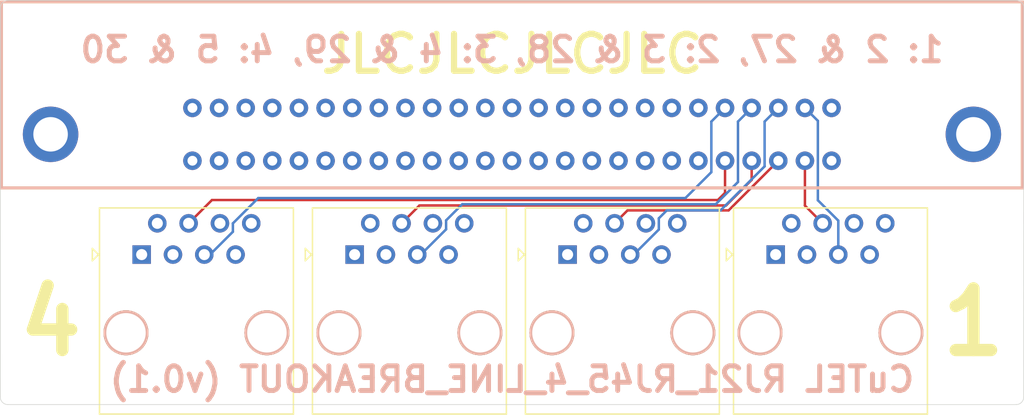
<source format=kicad_pcb>
(kicad_pcb (version 20211014) (generator pcbnew)
  (layers (0 "F.Cu" signal) (31 "B.Cu" signal) (34 "B.Paste" user) (35 "F.Paste" user) (36 "B.SilkS" user "B.Silkscreen") (37 "F.SilkS" user "F.Silkscreen") (38 "B.Mask" user) (39 "F.Mask" user) (44 "Edge.Cuts" user))
  (net 0 "")
  (net 3 "/L2+")
  (net 4 "/L2-")
  (net 5 "/L3-")
  (net 6 "/L3+")
  (net 7 "/L4+")
  (net 8 "/L4-")
  (net 9 "/L5-")
  (net 10 "/L5+")
  (footprint "Connector_RJ:RJ45_OST_PJ012-8P8CX_Vertical" (layer "F.Cu") (at 136.000749 60.1)
    (fp_text reference "J3" hide)
    (fp_text value "RJ45")
    (fp_line (start 12.31 12.95) (end -3.42 12.95) (layer "F.SilkS") (width 0.12))
    (fp_line (start -3.42 -3.79) (end -3.42 12.95) (layer "F.SilkS") (width 0.12))
    (fp_line (start 12.3 -3.79) (end -3.42 -3.79) (layer "F.SilkS") (width 0.12))
    (fp_line (start 12.31 -3.79) (end 12.31 12.95) (layer "F.SilkS") (width 0.12))
    (fp_line (start -4 -0.5) (end -4 0.5) (layer "F.SilkS") (width 0.12))
    (fp_line (start -4 0.5) (end -3.5 0) (layer "F.SilkS") (width 0.12))
    (fp_line (start -3.5 0) (end -4 -0.5) (layer "F.SilkS") (width 0.12))
    (pad "" np_thru_hole circle (at 10.16 6.35) (size 3.65 3.65) (drill 3.2) (layers F&B.Cu *.SilkS *.Mask))
    (pad "" np_thru_hole circle (at -1.27 6.35) (size 3.65 3.65) (drill 3.2) (layers F&B.Cu *.SilkS *.Mask))
    (pad "1" thru_hole rect (at 0 0) (size 1.5 1.5) (drill 0.9) (layers *.Cu *.Mask))
    (pad "2" thru_hole circle (at 1.27 -2.54) (size 1.5 1.5) (drill 0.9) (layers *.Cu *.Mask))
    (pad "3" thru_hole circle (at 2.54 0) (size 1.5 1.5) (drill 0.9) (layers *.Cu *.Mask))
    (pad "4" thru_hole circle (at 3.81 -2.54) (size 1.5 1.5) (drill 0.9) (layers *.Cu *.Mask) (net 8 "/L4-"))
    (pad "5" thru_hole circle (at 5.08 0) (size 1.5 1.5) (drill 0.9) (layers *.Cu *.Mask) (net 7 "/L4+"))
    (pad "6" thru_hole circle (at 6.35 -2.54) (size 1.5 1.5) (drill 0.9) (layers *.Cu *.Mask))
    (pad "7" thru_hole circle (at 7.62 0) (size 1.5 1.5) (drill 0.9) (layers *.Cu *.Mask))
    (pad "8" thru_hole circle (at 8.89 -2.54) (size 1.5 1.5) (drill 0.9) (layers *.Cu *.Mask))
  )
  (footprint "Connector_RJ:RJ45_OST_PJ012-8P8CX_Vertical" (layer "F.Cu") (at 170.152417 60.1)
    (fp_text reference "J1" hide)
    (fp_text value "RJ45")
    (fp_line (start 12.31 -3.79) (end 12.31 12.95) (layer "F.SilkS") (width 0.12))
    (fp_line (start -4 0.5) (end -3.5 0) (layer "F.SilkS") (width 0.12))
    (fp_line (start -3.5 0) (end -4 -0.5) (layer "F.SilkS") (width 0.12))
    (fp_line (start 12.3 -3.79) (end -3.42 -3.79) (layer "F.SilkS") (width 0.12))
    (fp_line (start -3.42 -3.79) (end -3.42 12.95) (layer "F.SilkS") (width 0.12))
    (fp_line (start 12.31 12.95) (end -3.42 12.95) (layer "F.SilkS") (width 0.12))
    (fp_line (start -4 -0.5) (end -4 0.5) (layer "F.SilkS") (width 0.12))
    (pad "" np_thru_hole circle (at -1.27 6.35) (size 3.65 3.65) (drill 3.2) (layers F&B.Cu *.SilkS *.Mask))
    (pad "" np_thru_hole circle (at 10.16 6.35) (size 3.65 3.65) (drill 3.2) (layers F&B.Cu *.SilkS *.Mask))
    (pad "1" thru_hole rect (at 0 0) (size 1.5 1.5) (drill 0.9) (layers *.Cu *.Mask))
    (pad "2" thru_hole circle (at 1.27 -2.54) (size 1.5 1.5) (drill 0.9) (layers *.Cu *.Mask))
    (pad "3" thru_hole circle (at 2.54 0) (size 1.5 1.5) (drill 0.9) (layers *.Cu *.Mask))
    (pad "4" thru_hole circle (at 3.81 -2.54) (size 1.5 1.5) (drill 0.9) (layers *.Cu *.Mask) (net 4 "/L2-"))
    (pad "5" thru_hole circle (at 5.08 0) (size 1.5 1.5) (drill 0.9) (layers *.Cu *.Mask) (net 3 "/L2+"))
    (pad "6" thru_hole circle (at 6.35 -2.54) (size 1.5 1.5) (drill 0.9) (layers *.Cu *.Mask))
    (pad "7" thru_hole circle (at 7.62 0) (size 1.5 1.5) (drill 0.9) (layers *.Cu *.Mask))
    (pad "8" thru_hole circle (at 8.89 -2.54) (size 1.5 1.5) (drill 0.9) (layers *.Cu *.Mask))
  )
  (footprint "Connector_RJ:RJ45_OST_PJ012-8P8CX_Vertical" (layer "F.Cu") (at 153.274917 60.1)
    (fp_text reference "J2" hide)
    (fp_text value "RJ45")
    (fp_line (start 12.31 -3.79) (end 12.31 12.95) (layer "F.SilkS") (width 0.12))
    (fp_line (start -3.42 -3.79) (end -3.42 12.95) (layer "F.SilkS") (width 0.12))
    (fp_line (start -4 -0.5) (end -4 0.5) (layer "F.SilkS") (width 0.12))
    (fp_line (start -3.5 0) (end -4 -0.5) (layer "F.SilkS") (width 0.12))
    (fp_line (start 12.3 -3.79) (end -3.42 -3.79) (layer "F.SilkS") (width 0.12))
    (fp_line (start 12.31 12.95) (end -3.42 12.95) (layer "F.SilkS") (width 0.12))
    (fp_line (start -4 0.5) (end -3.5 0) (layer "F.SilkS") (width 0.12))
    (pad "" np_thru_hole circle (at -1.27 6.35) (size 3.65 3.65) (drill 3.2) (layers F&B.Cu *.SilkS *.Mask))
    (pad "" np_thru_hole circle (at 10.16 6.35) (size 3.65 3.65) (drill 3.2) (layers F&B.Cu *.SilkS *.Mask))
    (pad "1" thru_hole rect (at 0 0) (size 1.5 1.5) (drill 0.9) (layers *.Cu *.Mask))
    (pad "2" thru_hole circle (at 1.27 -2.54) (size 1.5 1.5) (drill 0.9) (layers *.Cu *.Mask))
    (pad "3" thru_hole circle (at 2.54 0) (size 1.5 1.5) (drill 0.9) (layers *.Cu *.Mask))
    (pad "4" thru_hole circle (at 3.81 -2.54) (size 1.5 1.5) (drill 0.9) (layers *.Cu *.Mask) (net 5 "/L3-"))
    (pad "5" thru_hole circle (at 5.08 0) (size 1.5 1.5) (drill 0.9) (layers *.Cu *.Mask) (net 6 "/L3+"))
    (pad "6" thru_hole circle (at 6.35 -2.54) (size 1.5 1.5) (drill 0.9) (layers *.Cu *.Mask))
    (pad "7" thru_hole circle (at 7.62 0) (size 1.5 1.5) (drill 0.9) (layers *.Cu *.Mask))
    (pad "8" thru_hole circle (at 8.89 -2.54) (size 1.5 1.5) (drill 0.9) (layers *.Cu *.Mask))
  )
  (footprint "Connector_RJ:RJ45_OST_PJ012-8P8CX_Vertical" (layer "F.Cu") (at 118.726583 60.1)
    (fp_text reference "J4" hide)
    (fp_text value "RJ45")
    (fp_line (start -3.5 0) (end -4 -0.5) (layer "F.SilkS") (width 0.12))
    (fp_line (start -4 -0.5) (end -4 0.5) (layer "F.SilkS") (width 0.12))
    (fp_line (start 12.31 -3.79) (end 12.31 12.95) (layer "F.SilkS") (width 0.12))
    (fp_line (start 12.3 -3.79) (end -3.42 -3.79) (layer "F.SilkS") (width 0.12))
    (fp_line (start -3.42 -3.79) (end -3.42 12.95) (layer "F.SilkS") (width 0.12))
    (fp_line (start -4 0.5) (end -3.5 0) (layer "F.SilkS") (width 0.12))
    (fp_line (start 12.31 12.95) (end -3.42 12.95) (layer "F.SilkS") (width 0.12))
    (pad "" np_thru_hole circle (at -1.27 6.35) (size 3.65 3.65) (drill 3.2) (layers F&B.Cu *.SilkS *.Mask))
    (pad "" np_thru_hole circle (at 10.16 6.35) (size 3.65 3.65) (drill 3.2) (layers F&B.Cu *.SilkS *.Mask))
    (pad "1" thru_hole rect (at 0 0) (size 1.5 1.5) (drill 0.9) (layers *.Cu *.Mask))
    (pad "2" thru_hole circle (at 1.27 -2.54) (size 1.5 1.5) (drill 0.9) (layers *.Cu *.Mask))
    (pad "3" thru_hole circle (at 2.54 0) (size 1.5 1.5) (drill 0.9) (layers *.Cu *.Mask))
    (pad "4" thru_hole circle (at 3.81 -2.54) (size 1.5 1.5) (drill 0.9) (layers *.Cu *.Mask) (net 9 "/L5-"))
    (pad "5" thru_hole circle (at 5.08 0) (size 1.5 1.5) (drill 0.9) (layers *.Cu *.Mask) (net 10 "/L5+"))
    (pad "6" thru_hole circle (at 6.35 -2.54) (size 1.5 1.5) (drill 0.9) (layers *.Cu *.Mask))
    (pad "7" thru_hole circle (at 7.62 0) (size 1.5 1.5) (drill 0.9) (layers *.Cu *.Mask))
    (pad "8" thru_hole circle (at 8.89 -2.54) (size 1.5 1.5) (drill 0.9) (layers *.Cu *.Mask))
  )
  (footprint "1afootprints:AliExpress_RJ21" (layer "F.Cu") (at 149.8 46.9)
    (fp_text reference "J7" hide)
    (fp_text value "RJ21 Connector" hide)
    (fp_poly (pts (xy 40.474967 7.898767) (xy -42.5407 7.898767) (xy -42.5407 -7.214233) (xy -42.329033 -7.214233) (xy -42.329033 7.665934) (xy 40.242134 7.665934) (xy 40.242134 -7.214233) (xy -42.329033 -7.214233) (xy -42.5407 -7.214233) (xy -42.5407 -7.4259) (xy 40.474967 -7.4259) (xy 40.474967 7.898767)) (layer "B.SilkS") (width 0.01) (fill solid))
    (fp_poly (pts (xy 40.474967 7.898767) (xy -42.5407 7.898767) (xy -42.5407 -7.214233) (xy -42.329033 -7.214233) (xy -42.329033 7.665934) (xy 40.242134 7.665934) (xy 40.242134 -7.214233) (xy -42.329033 -7.214233) (xy -42.5407 -7.214233) (xy -42.5407 -7.4259) (xy 40.474967 -7.4259) (xy 40.474967 7.898767)) (layer "F.SilkS") (width 0.01) (fill solid))
    (pad "" thru_hole circle locked (at 36.389797 3.433602) (size 4.5 4.5) (drill 2.8) (layers *.Cu *.Mask))
    (pad "" thru_hole circle locked (at -38.460203 3.433602) (size 4.5 4.5) (drill 2.8) (layers *.Cu *.Mask))
    (pad "1" thru_hole circle locked (at 24.884839 5.578607) (size 1.5 1.5) (drill 0.8) (layers *.Cu *.Mask))
    (pad "2" thru_hole circle locked (at 22.724835 5.578607) (size 1.5 1.5) (drill 0.8) (layers *.Cu *.Mask) (net 4 "/L2-"))
    (pad "3" thru_hole circle locked (at 20.564832 5.578607) (size 1.5 1.5) (drill 0.8) (layers *.Cu *.Mask) (net 5 "/L3-"))
    (pad "4" thru_hole circle locked (at 18.404836 5.578607) (size 1.5 1.5) (drill 0.8) (layers *.Cu *.Mask) (net 8 "/L4-"))
    (pad "5" thru_hole circle locked (at 16.244832 5.578607) (size 1.5 1.5) (drill 0.8) (layers *.Cu *.Mask) (net 9 "/L5-"))
    (pad "6" thru_hole circle locked (at 14.084828 5.578607) (size 1.5 1.5) (drill 0.8) (layers *.Cu *.Mask))
    (pad "7" thru_hole circle locked (at 11.924825 5.578607) (size 1.5 1.5) (drill 0.8) (layers *.Cu *.Mask))
    (pad "8" thru_hole circle locked (at 9.764821 5.578607) (size 1.5 1.5) (drill 0.8) (layers *.Cu *.Mask))
    (pad "9" thru_hole circle locked (at 7.604829 5.578607) (size 1.5 1.5) (drill 0.8) (layers *.Cu *.Mask))
    (pad "10" thru_hole circle locked (at 5.444818 5.578607) (size 1.5 1.5) (drill 0.8) (layers *.Cu *.Mask))
    (pad "11" thru_hole circle locked (at 3.284822 5.578607) (size 1.5 1.5) (drill 0.8) (layers *.Cu *.Mask))
    (pad "12" thru_hole circle locked (at 1.124803 5.578607) (size 1.5 1.5) (drill 0.8) (layers *.Cu *.Mask))
    (pad "13" thru_hole circle locked (at -1.035201 5.578607) (size 1.5 1.5) (drill 0.8) (layers *.Cu *.Mask))
    (pad "14" thru_hole circle locked (at -3.195205 5.578607) (size 1.5 1.5) (drill 0.8) (layers *.Cu *.Mask))
    (pad "15" thru_hole circle locked (at -5.355208 5.578607) (size 1.5 1.5) (drill 0.8) (layers *.Cu *.Mask))
    (pad "16" thru_hole circle locked (at -7.515212 5.578607) (size 1.5 1.5) (drill 0.8) (layers *.Cu *.Mask))
    (pad "17" thru_hole circle locked (at -9.675216 5.578607) (size 1.5 1.5) (drill 0.8) (layers *.Cu *.Mask))
    (pad "18" thru_hole circle locked (at -11.835219 5.578607) (size 1.5 1.5) (drill 0.8) (layers *.Cu *.Mask))
    (pad "19" thru_hole circle locked (at -13.995223 5.578607) (size 1.5 1.5) (drill 0.8) (layers *.Cu *.Mask))
    (pad "20" thru_hole circle locked (at -16.155227 5.578607) (size 1.5 1.5) (drill 0.8) (layers *.Cu *.Mask))
    (pad "21" thru_hole circle locked (at -18.315234 5.578607) (size 1.5 1.5) (drill 0.8) (layers *.Cu *.Mask))
    (pad "22" thru_hole circle locked (at -20.475238 5.578607) (size 1.5 1.5) (drill 0.8) (layers *.Cu *.Mask))
    (pad "23" thru_hole circle locked (at -22.635242 5.578607) (size 1.5 1.5) (drill 0.8) (layers *.Cu *.Mask))
    (pad "24" thru_hole circle locked (at -24.795245 5.578607) (size 1.5 1.5) (drill 0.8) (layers *.Cu *.Mask))
    (pad "25" thru_hole circle locked (at -26.955249 5.578607) (size 1.5 1.5) (drill 0.8) (layers *.Cu *.Mask))
    (pad "26" thru_hole circle locked (at 24.884839 1.288606) (size 1.5 1.5) (drill 0.8) (layers *.Cu *.Mask))
    (pad "27" thru_hole circle locked (at 22.724835 1.288606) (size 1.5 1.5) (drill 0.8) (layers *.Cu *.Mask) (net 3 "/L2+"))
    (pad "28" thru_hole circle locked (at 20.564832 1.288606) (size 1.5 1.5) (drill 0.8) (layers *.Cu *.Mask) (net 6 "/L3+"))
    (pad "29" thru_hole circle locked (at 18.404836 1.288606) (size 1.5 1.5) (drill 0.8) (layers *.Cu *.Mask) (net 7 "/L4+"))
    (pad "30" thru_hole circle locked (at 16.244832 1.288606) (size 1.5 1.5) (drill 0.8) (layers *.Cu *.Mask) (net 10 "/L5+"))
    (pad "31" thru_hole circle locked (at 14.084828 1.288606) (size 1.5 1.5) (drill 0.8) (layers *.Cu *.Mask))
    (pad "32" thru_hole circle locked (at 11.924825 1.288606) (size 1.5 1.5) (drill 0.8) (layers *.Cu *.Mask))
    (pad "33" thru_hole circle locked (at 9.764821 1.288606) (size 1.5 1.5) (drill 0.8) (layers *.Cu *.Mask))
    (pad "34" thru_hole circle locked (at 7.604829 1.288606) (size 1.5 1.5) (drill 0.8) (layers *.Cu *.Mask))
    (pad "35" thru_hole circle locked (at 5.444818 1.288606) (size 1.5 1.5) (drill 0.8) (layers *.Cu *.Mask))
    (pad "36" thru_hole circle locked (at 3.284822 1.288606) (size 1.5 1.5) (drill 0.8) (layers *.Cu *.Mask))
    (pad "37" thru_hole circle locked (at 1.124803 1.288606) (size 1.5 1.5) (drill 0.8) (layers *.Cu *.Mask))
    (pad "38" thru_hole circle locked (at -1.035201 1.288606) (size 1.5 1.5) (drill 0.8) (layers *.Cu *.Mask))
    (pad "39" thru_hole circle locked (at -3.195205 1.288606) (size 1.5 1.5) (drill 0.8) (layers *.Cu *.Mask))
    (pad "40" thru_hole circle locked (at -5.355208 1.288606) (size 1.5 1.5) (drill 0.8) (layers *.Cu *.Mask))
    (pad "41" thru_hole circle locked (at -7.515212 1.288606) (size 1.5 1.5) (drill 0.8) (layers *.Cu *.Mask))
    (pad "42" thru_hole circle locked (at -9.675216 1.288606) (size 1.5 1.5) (drill 0.8) (layers *.Cu *.Mask))
    (pad "43" thru_hole circle locked (at -11.835219 1.288606) (size 1.5 1.5) (drill 0.8) (layers *.Cu *.Mask))
    (pad "44" thru_hole circle locked (at -13.995223 1.288606) (size 1.5 1.5) (drill 0.8) (layers *.Cu *.Mask))
    (pad "45" thru_hole circle locked (at -16.155227 1.288606) (size 1.5 1.5) (drill 0.8) (layers *.Cu *.Mask))
    (pad "46" thru_hole circle locked (at -18.315234 1.288606) (size 1.5 1.5) (drill 0.8) (layers *.Cu *.Mask))
    (pad "47" thru_hole circle locked (at -20.475238 1.288606) (size 1.5 1.5) (drill 0.8) (layers *.Cu *.Mask))
    (pad "48" thru_hole circle locked (at -22.635242 1.288606) (size 1.5 1.5) (drill 0.8) (layers *.Cu *.Mask))
    (pad "49" thru_hole circle locked (at -24.795245 1.288606) (size 1.5 1.5) (drill 0.8) (layers *.Cu *.Mask))
    (pad "50" thru_hole circle locked (at -26.955249 1.288606) (size 1.5 1.5) (drill 0.8) (layers *.Cu *.Mask))
  )
  (gr_line (start 189.66 72.28) (end 107.871335 72.278665) (layer "Edge.Cuts") (width 0.05))
  (gr_line (start 190.27 71.67) (end 190.28 40.06) (layer "Edge.Cuts") (width 0.05))
  (gr_arc (start 107.871335 72.278665) (mid 107.44 72.1) (end 107.261335 71.668665) (layer "Edge.Cuts") (width 0.05))
  (gr_line (start 107.261335 71.668665) (end 107.271335 40.061335) (layer "Edge.Cuts") (width 0.05))
  (gr_line (start 189.67 39.45) (end 107.881335 39.451335) (layer "Edge.Cuts") (width 0.05))
  (gr_arc (start 107.271335 40.061335) (mid 107.45 39.63) (end 107.881335 39.451335) (layer "Edge.Cuts") (width 0.05))
  (gr_arc (start 190.27 71.67) (mid 190.091335 72.101335) (end 189.66 72.28) (layer "Edge.Cuts") (width 0.05))
  (gr_arc (start 189.67 39.45) (mid 190.101335 39.628665) (end 190.28 40.06) (layer "Edge.Cuts") (width 0.05))
  (gr_text "1: 2 & 27, 2: 3 & 28, 3: 4 & 29, 4: 5 & 30" (at 148.767 43.46) (layer "B.SilkS") (effects (font (size 2 2) (thickness 0.4)) (justify mirror)))
  (gr_text "CuTEL RJ21_RJ45_4_LINE_BREAKOUT (v0.1)" (at 148.767 70.23) (layer "B.SilkS") (effects (font (size 2 2) (thickness 0.4)) (justify mirror)))
  (gr_text "1" (at 186.189797 65.59) (layer "F.SilkS") (effects (font (size 5 5) (thickness 1))))
  (gr_text "4" (at 111.339797 65.59) (layer "F.SilkS") (effects (font (size 5 5) (thickness 1))))
  (gr_text "JLCJLCJLCJLC" (at 148.775667 43.81) (layer "F.SilkS") (effects (font (size 3 3) (thickness 0.5))))
  (segment (start 173.574835 55.687493) (end 175.232417 57.345075) (width 0.2) (layer "B.Cu") (net 3))
  (segment (start 175.232417 57.345075) (end 175.232417 60.1) (width 0.2) (layer "B.Cu") (net 3))
  (segment (start 173.574835 49.238606) (end 173.574835 55.687493) (width 0.2) (layer "B.Cu") (net 3))
  (segment (start 172.524835 48.188606) (end 173.574835 49.238606) (width 0.2) (layer "B.Cu") (net 3))
  (segment (start 172.524835 52.478607) (end 172.524835 56.122418) (width 0.2) (layer "F.Cu") (net 4))
  (segment (start 172.524835 56.122418) (end 173.962417 57.56) (width 0.2) (layer "F.Cu") (net 4))
  (segment (start 166.333439 56.51) (end 158.134917 56.51) (width 0.2) (layer "F.Cu") (net 5))
  (segment (start 170.364832 52.478607) (end 166.333439 56.51) (width 0.2) (layer "F.Cu") (net 5))
  (segment (start 158.134917 56.51) (end 157.084917 57.56) (width 0.2) (layer "F.Cu") (net 5))
  (segment (start 170.364832 48.188606) (end 169.254836 49.298602) (width 0.2) (layer "B.Cu") (net 6))
  (segment (start 169.254836 49.298602) (end 169.254836 52.935164) (width 0.2) (layer "B.Cu") (net 6))
  (segment (start 160.674917 58.065083) (end 158.64 60.1) (width 0.2) (layer "B.Cu") (net 6))
  (segment (start 165.68 56.51) (end 161.32 56.51) (width 0.2) (layer "B.Cu") (net 6))
  (segment (start 169.254836 52.935164) (end 165.68 56.51) (width 0.2) (layer "B.Cu") (net 6))
  (segment (start 160.674917 57.155083) (end 160.674917 58.065083) (width 0.2) (layer "B.Cu") (net 6))
  (segment (start 161.32 56.51) (end 160.674917 57.155083) (width 0.2) (layer "B.Cu") (net 6))
  (segment (start 158.64 60.1) (end 158.354917 60.1) (width 0.2) (layer "B.Cu") (net 6))
  (segment (start 165.29 56.01) (end 144.73 56.01) (width 0.2) (layer "B.Cu") (net 7))
  (segment (start 168.204836 48.188606) (end 167.094832 49.29861) (width 0.2) (layer "B.Cu") (net 7))
  (segment (start 167.094832 54.205168) (end 165.29 56.01) (width 0.2) (layer "B.Cu") (net 7))
  (segment (start 143.42 58.05) (end 141.37 60.1) (width 0.2) (layer "B.Cu") (net 7))
  (segment (start 143.42 57.32) (end 143.42 58.05) (width 0.2) (layer "B.Cu") (net 7))
  (segment (start 167.094832 49.29861) (end 167.094832 54.205168) (width 0.2) (layer "B.Cu") (net 7))
  (segment (start 141.37 60.1) (end 141.080749 60.1) (width 0.2) (layer "B.Cu") (net 7))
  (segment (start 144.73 56.01) (end 143.42 57.32) (width 0.2) (layer "B.Cu") (net 7))
  (segment (start 168.204836 54.035164) (end 166.13 56.11) (width 0.2) (layer "F.Cu") (net 8))
  (segment (start 168.204836 52.478607) (end 168.204836 54.035164) (width 0.2) (layer "F.Cu") (net 8))
  (segment (start 166.13 56.11) (end 141.260749 56.11) (width 0.2) (layer "F.Cu") (net 8))
  (segment (start 141.260749 56.11) (end 139.810749 57.56) (width 0.2) (layer "F.Cu") (net 8))
  (segment (start 124.426583 55.67) (end 122.536583 57.56) (width 0.2) (layer "F.Cu") (net 9))
  (segment (start 166.044832 55.085168) (end 165.46 55.67) (width 0.2) (layer "F.Cu") (net 9))
  (segment (start 166.044832 52.478607) (end 166.044832 55.085168) (width 0.2) (layer "F.Cu") (net 9))
  (segment (start 165.46 55.67) (end 124.426583 55.67) (width 0.2) (layer "F.Cu") (net 9))
  (segment (start 128.181658 55.51) (end 126.126583 57.565075) (width 0.2) (layer "B.Cu") (net 10))
  (segment (start 126.126583 57.565075) (end 126.126583 58.243417) (width 0.2) (layer "B.Cu") (net 10))
  (segment (start 166.044832 48.188606) (end 164.934828 49.29861) (width 0.2) (layer "B.Cu") (net 10))
  (segment (start 162.83 55.51) (end 128.181658 55.51) (width 0.2) (layer "B.Cu") (net 10))
  (segment (start 164.934828 49.29861) (end 164.934828 53.405172) (width 0.2) (layer "B.Cu") (net 10))
  (segment (start 126.126583 58.243417) (end 124.27 60.1) (width 0.2) (layer "B.Cu") (net 10))
  (segment (start 124.27 60.1) (end 123.806583 60.1) (width 0.2) (layer "B.Cu") (net 10))
  (segment (start 164.934828 53.405172) (end 162.83 55.51) (width 0.2) (layer "B.Cu") (net 10))
)
</source>
